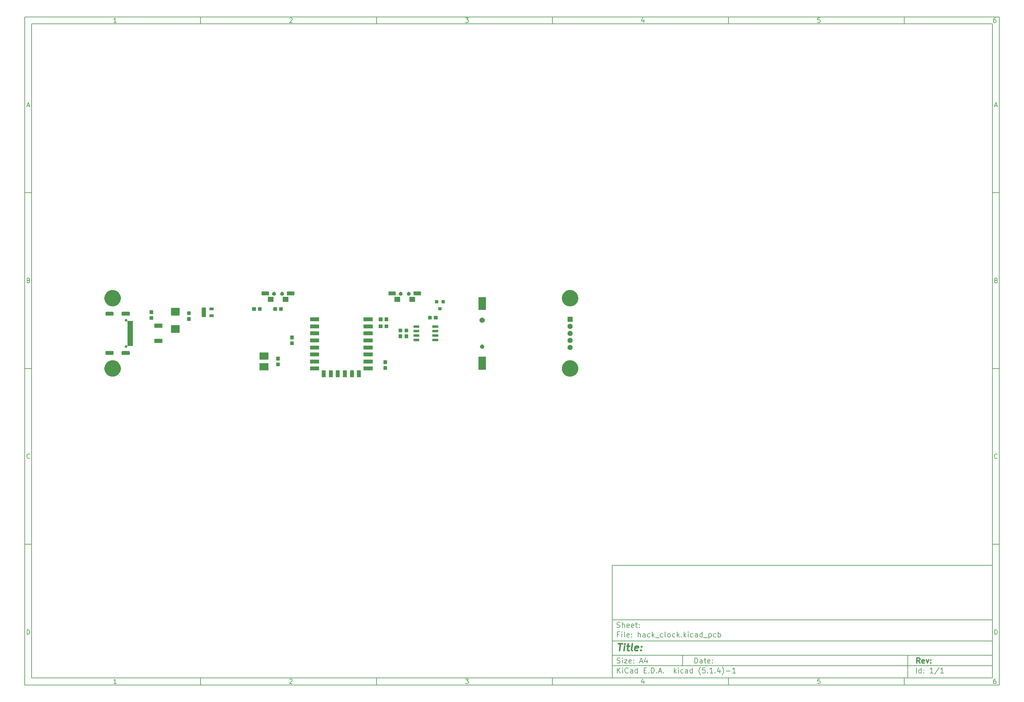
<source format=gts>
G04 #@! TF.GenerationSoftware,KiCad,Pcbnew,(5.1.4)-1*
G04 #@! TF.CreationDate,2019-11-05T14:40:22+08:00*
G04 #@! TF.ProjectId,hack_clock,6861636b-5f63-46c6-9f63-6b2e6b696361,rev?*
G04 #@! TF.SameCoordinates,Original*
G04 #@! TF.FileFunction,Soldermask,Top*
G04 #@! TF.FilePolarity,Negative*
%FSLAX46Y46*%
G04 Gerber Fmt 4.6, Leading zero omitted, Abs format (unit mm)*
G04 Created by KiCad (PCBNEW (5.1.4)-1) date 2019-11-05 14:40:22*
%MOMM*%
%LPD*%
G04 APERTURE LIST*
%ADD10C,0.150000*%
%ADD11C,0.300000*%
%ADD12C,0.400000*%
G04 APERTURE END LIST*
D10*
X177002200Y-166007200D02*
X177002200Y-198007200D01*
X285002200Y-198007200D01*
X285002200Y-166007200D01*
X177002200Y-166007200D01*
X10000000Y-10000000D02*
X10000000Y-200007200D01*
X287002200Y-200007200D01*
X287002200Y-10000000D01*
X10000000Y-10000000D01*
X12000000Y-12000000D02*
X12000000Y-198007200D01*
X285002200Y-198007200D01*
X285002200Y-12000000D01*
X12000000Y-12000000D01*
X60000000Y-12000000D02*
X60000000Y-10000000D01*
X110000000Y-12000000D02*
X110000000Y-10000000D01*
X160000000Y-12000000D02*
X160000000Y-10000000D01*
X210000000Y-12000000D02*
X210000000Y-10000000D01*
X260000000Y-12000000D02*
X260000000Y-10000000D01*
X36065476Y-11588095D02*
X35322619Y-11588095D01*
X35694047Y-11588095D02*
X35694047Y-10288095D01*
X35570238Y-10473809D01*
X35446428Y-10597619D01*
X35322619Y-10659523D01*
X85322619Y-10411904D02*
X85384523Y-10350000D01*
X85508333Y-10288095D01*
X85817857Y-10288095D01*
X85941666Y-10350000D01*
X86003571Y-10411904D01*
X86065476Y-10535714D01*
X86065476Y-10659523D01*
X86003571Y-10845238D01*
X85260714Y-11588095D01*
X86065476Y-11588095D01*
X135260714Y-10288095D02*
X136065476Y-10288095D01*
X135632142Y-10783333D01*
X135817857Y-10783333D01*
X135941666Y-10845238D01*
X136003571Y-10907142D01*
X136065476Y-11030952D01*
X136065476Y-11340476D01*
X136003571Y-11464285D01*
X135941666Y-11526190D01*
X135817857Y-11588095D01*
X135446428Y-11588095D01*
X135322619Y-11526190D01*
X135260714Y-11464285D01*
X185941666Y-10721428D02*
X185941666Y-11588095D01*
X185632142Y-10226190D02*
X185322619Y-11154761D01*
X186127380Y-11154761D01*
X236003571Y-10288095D02*
X235384523Y-10288095D01*
X235322619Y-10907142D01*
X235384523Y-10845238D01*
X235508333Y-10783333D01*
X235817857Y-10783333D01*
X235941666Y-10845238D01*
X236003571Y-10907142D01*
X236065476Y-11030952D01*
X236065476Y-11340476D01*
X236003571Y-11464285D01*
X235941666Y-11526190D01*
X235817857Y-11588095D01*
X235508333Y-11588095D01*
X235384523Y-11526190D01*
X235322619Y-11464285D01*
X285941666Y-10288095D02*
X285694047Y-10288095D01*
X285570238Y-10350000D01*
X285508333Y-10411904D01*
X285384523Y-10597619D01*
X285322619Y-10845238D01*
X285322619Y-11340476D01*
X285384523Y-11464285D01*
X285446428Y-11526190D01*
X285570238Y-11588095D01*
X285817857Y-11588095D01*
X285941666Y-11526190D01*
X286003571Y-11464285D01*
X286065476Y-11340476D01*
X286065476Y-11030952D01*
X286003571Y-10907142D01*
X285941666Y-10845238D01*
X285817857Y-10783333D01*
X285570238Y-10783333D01*
X285446428Y-10845238D01*
X285384523Y-10907142D01*
X285322619Y-11030952D01*
X60000000Y-198007200D02*
X60000000Y-200007200D01*
X110000000Y-198007200D02*
X110000000Y-200007200D01*
X160000000Y-198007200D02*
X160000000Y-200007200D01*
X210000000Y-198007200D02*
X210000000Y-200007200D01*
X260000000Y-198007200D02*
X260000000Y-200007200D01*
X36065476Y-199595295D02*
X35322619Y-199595295D01*
X35694047Y-199595295D02*
X35694047Y-198295295D01*
X35570238Y-198481009D01*
X35446428Y-198604819D01*
X35322619Y-198666723D01*
X85322619Y-198419104D02*
X85384523Y-198357200D01*
X85508333Y-198295295D01*
X85817857Y-198295295D01*
X85941666Y-198357200D01*
X86003571Y-198419104D01*
X86065476Y-198542914D01*
X86065476Y-198666723D01*
X86003571Y-198852438D01*
X85260714Y-199595295D01*
X86065476Y-199595295D01*
X135260714Y-198295295D02*
X136065476Y-198295295D01*
X135632142Y-198790533D01*
X135817857Y-198790533D01*
X135941666Y-198852438D01*
X136003571Y-198914342D01*
X136065476Y-199038152D01*
X136065476Y-199347676D01*
X136003571Y-199471485D01*
X135941666Y-199533390D01*
X135817857Y-199595295D01*
X135446428Y-199595295D01*
X135322619Y-199533390D01*
X135260714Y-199471485D01*
X185941666Y-198728628D02*
X185941666Y-199595295D01*
X185632142Y-198233390D02*
X185322619Y-199161961D01*
X186127380Y-199161961D01*
X236003571Y-198295295D02*
X235384523Y-198295295D01*
X235322619Y-198914342D01*
X235384523Y-198852438D01*
X235508333Y-198790533D01*
X235817857Y-198790533D01*
X235941666Y-198852438D01*
X236003571Y-198914342D01*
X236065476Y-199038152D01*
X236065476Y-199347676D01*
X236003571Y-199471485D01*
X235941666Y-199533390D01*
X235817857Y-199595295D01*
X235508333Y-199595295D01*
X235384523Y-199533390D01*
X235322619Y-199471485D01*
X285941666Y-198295295D02*
X285694047Y-198295295D01*
X285570238Y-198357200D01*
X285508333Y-198419104D01*
X285384523Y-198604819D01*
X285322619Y-198852438D01*
X285322619Y-199347676D01*
X285384523Y-199471485D01*
X285446428Y-199533390D01*
X285570238Y-199595295D01*
X285817857Y-199595295D01*
X285941666Y-199533390D01*
X286003571Y-199471485D01*
X286065476Y-199347676D01*
X286065476Y-199038152D01*
X286003571Y-198914342D01*
X285941666Y-198852438D01*
X285817857Y-198790533D01*
X285570238Y-198790533D01*
X285446428Y-198852438D01*
X285384523Y-198914342D01*
X285322619Y-199038152D01*
X10000000Y-60000000D02*
X12000000Y-60000000D01*
X10000000Y-110000000D02*
X12000000Y-110000000D01*
X10000000Y-160000000D02*
X12000000Y-160000000D01*
X10690476Y-35216666D02*
X11309523Y-35216666D01*
X10566666Y-35588095D02*
X11000000Y-34288095D01*
X11433333Y-35588095D01*
X11092857Y-84907142D02*
X11278571Y-84969047D01*
X11340476Y-85030952D01*
X11402380Y-85154761D01*
X11402380Y-85340476D01*
X11340476Y-85464285D01*
X11278571Y-85526190D01*
X11154761Y-85588095D01*
X10659523Y-85588095D01*
X10659523Y-84288095D01*
X11092857Y-84288095D01*
X11216666Y-84350000D01*
X11278571Y-84411904D01*
X11340476Y-84535714D01*
X11340476Y-84659523D01*
X11278571Y-84783333D01*
X11216666Y-84845238D01*
X11092857Y-84907142D01*
X10659523Y-84907142D01*
X11402380Y-135464285D02*
X11340476Y-135526190D01*
X11154761Y-135588095D01*
X11030952Y-135588095D01*
X10845238Y-135526190D01*
X10721428Y-135402380D01*
X10659523Y-135278571D01*
X10597619Y-135030952D01*
X10597619Y-134845238D01*
X10659523Y-134597619D01*
X10721428Y-134473809D01*
X10845238Y-134350000D01*
X11030952Y-134288095D01*
X11154761Y-134288095D01*
X11340476Y-134350000D01*
X11402380Y-134411904D01*
X10659523Y-185588095D02*
X10659523Y-184288095D01*
X10969047Y-184288095D01*
X11154761Y-184350000D01*
X11278571Y-184473809D01*
X11340476Y-184597619D01*
X11402380Y-184845238D01*
X11402380Y-185030952D01*
X11340476Y-185278571D01*
X11278571Y-185402380D01*
X11154761Y-185526190D01*
X10969047Y-185588095D01*
X10659523Y-185588095D01*
X287002200Y-60000000D02*
X285002200Y-60000000D01*
X287002200Y-110000000D02*
X285002200Y-110000000D01*
X287002200Y-160000000D02*
X285002200Y-160000000D01*
X285692676Y-35216666D02*
X286311723Y-35216666D01*
X285568866Y-35588095D02*
X286002200Y-34288095D01*
X286435533Y-35588095D01*
X286095057Y-84907142D02*
X286280771Y-84969047D01*
X286342676Y-85030952D01*
X286404580Y-85154761D01*
X286404580Y-85340476D01*
X286342676Y-85464285D01*
X286280771Y-85526190D01*
X286156961Y-85588095D01*
X285661723Y-85588095D01*
X285661723Y-84288095D01*
X286095057Y-84288095D01*
X286218866Y-84350000D01*
X286280771Y-84411904D01*
X286342676Y-84535714D01*
X286342676Y-84659523D01*
X286280771Y-84783333D01*
X286218866Y-84845238D01*
X286095057Y-84907142D01*
X285661723Y-84907142D01*
X286404580Y-135464285D02*
X286342676Y-135526190D01*
X286156961Y-135588095D01*
X286033152Y-135588095D01*
X285847438Y-135526190D01*
X285723628Y-135402380D01*
X285661723Y-135278571D01*
X285599819Y-135030952D01*
X285599819Y-134845238D01*
X285661723Y-134597619D01*
X285723628Y-134473809D01*
X285847438Y-134350000D01*
X286033152Y-134288095D01*
X286156961Y-134288095D01*
X286342676Y-134350000D01*
X286404580Y-134411904D01*
X285661723Y-185588095D02*
X285661723Y-184288095D01*
X285971247Y-184288095D01*
X286156961Y-184350000D01*
X286280771Y-184473809D01*
X286342676Y-184597619D01*
X286404580Y-184845238D01*
X286404580Y-185030952D01*
X286342676Y-185278571D01*
X286280771Y-185402380D01*
X286156961Y-185526190D01*
X285971247Y-185588095D01*
X285661723Y-185588095D01*
X200434342Y-193785771D02*
X200434342Y-192285771D01*
X200791485Y-192285771D01*
X201005771Y-192357200D01*
X201148628Y-192500057D01*
X201220057Y-192642914D01*
X201291485Y-192928628D01*
X201291485Y-193142914D01*
X201220057Y-193428628D01*
X201148628Y-193571485D01*
X201005771Y-193714342D01*
X200791485Y-193785771D01*
X200434342Y-193785771D01*
X202577200Y-193785771D02*
X202577200Y-193000057D01*
X202505771Y-192857200D01*
X202362914Y-192785771D01*
X202077200Y-192785771D01*
X201934342Y-192857200D01*
X202577200Y-193714342D02*
X202434342Y-193785771D01*
X202077200Y-193785771D01*
X201934342Y-193714342D01*
X201862914Y-193571485D01*
X201862914Y-193428628D01*
X201934342Y-193285771D01*
X202077200Y-193214342D01*
X202434342Y-193214342D01*
X202577200Y-193142914D01*
X203077200Y-192785771D02*
X203648628Y-192785771D01*
X203291485Y-192285771D02*
X203291485Y-193571485D01*
X203362914Y-193714342D01*
X203505771Y-193785771D01*
X203648628Y-193785771D01*
X204720057Y-193714342D02*
X204577200Y-193785771D01*
X204291485Y-193785771D01*
X204148628Y-193714342D01*
X204077200Y-193571485D01*
X204077200Y-193000057D01*
X204148628Y-192857200D01*
X204291485Y-192785771D01*
X204577200Y-192785771D01*
X204720057Y-192857200D01*
X204791485Y-193000057D01*
X204791485Y-193142914D01*
X204077200Y-193285771D01*
X205434342Y-193642914D02*
X205505771Y-193714342D01*
X205434342Y-193785771D01*
X205362914Y-193714342D01*
X205434342Y-193642914D01*
X205434342Y-193785771D01*
X205434342Y-192857200D02*
X205505771Y-192928628D01*
X205434342Y-193000057D01*
X205362914Y-192928628D01*
X205434342Y-192857200D01*
X205434342Y-193000057D01*
X177002200Y-194507200D02*
X285002200Y-194507200D01*
X178434342Y-196585771D02*
X178434342Y-195085771D01*
X179291485Y-196585771D02*
X178648628Y-195728628D01*
X179291485Y-195085771D02*
X178434342Y-195942914D01*
X179934342Y-196585771D02*
X179934342Y-195585771D01*
X179934342Y-195085771D02*
X179862914Y-195157200D01*
X179934342Y-195228628D01*
X180005771Y-195157200D01*
X179934342Y-195085771D01*
X179934342Y-195228628D01*
X181505771Y-196442914D02*
X181434342Y-196514342D01*
X181220057Y-196585771D01*
X181077200Y-196585771D01*
X180862914Y-196514342D01*
X180720057Y-196371485D01*
X180648628Y-196228628D01*
X180577200Y-195942914D01*
X180577200Y-195728628D01*
X180648628Y-195442914D01*
X180720057Y-195300057D01*
X180862914Y-195157200D01*
X181077200Y-195085771D01*
X181220057Y-195085771D01*
X181434342Y-195157200D01*
X181505771Y-195228628D01*
X182791485Y-196585771D02*
X182791485Y-195800057D01*
X182720057Y-195657200D01*
X182577200Y-195585771D01*
X182291485Y-195585771D01*
X182148628Y-195657200D01*
X182791485Y-196514342D02*
X182648628Y-196585771D01*
X182291485Y-196585771D01*
X182148628Y-196514342D01*
X182077200Y-196371485D01*
X182077200Y-196228628D01*
X182148628Y-196085771D01*
X182291485Y-196014342D01*
X182648628Y-196014342D01*
X182791485Y-195942914D01*
X184148628Y-196585771D02*
X184148628Y-195085771D01*
X184148628Y-196514342D02*
X184005771Y-196585771D01*
X183720057Y-196585771D01*
X183577200Y-196514342D01*
X183505771Y-196442914D01*
X183434342Y-196300057D01*
X183434342Y-195871485D01*
X183505771Y-195728628D01*
X183577200Y-195657200D01*
X183720057Y-195585771D01*
X184005771Y-195585771D01*
X184148628Y-195657200D01*
X186005771Y-195800057D02*
X186505771Y-195800057D01*
X186720057Y-196585771D02*
X186005771Y-196585771D01*
X186005771Y-195085771D01*
X186720057Y-195085771D01*
X187362914Y-196442914D02*
X187434342Y-196514342D01*
X187362914Y-196585771D01*
X187291485Y-196514342D01*
X187362914Y-196442914D01*
X187362914Y-196585771D01*
X188077200Y-196585771D02*
X188077200Y-195085771D01*
X188434342Y-195085771D01*
X188648628Y-195157200D01*
X188791485Y-195300057D01*
X188862914Y-195442914D01*
X188934342Y-195728628D01*
X188934342Y-195942914D01*
X188862914Y-196228628D01*
X188791485Y-196371485D01*
X188648628Y-196514342D01*
X188434342Y-196585771D01*
X188077200Y-196585771D01*
X189577200Y-196442914D02*
X189648628Y-196514342D01*
X189577200Y-196585771D01*
X189505771Y-196514342D01*
X189577200Y-196442914D01*
X189577200Y-196585771D01*
X190220057Y-196157200D02*
X190934342Y-196157200D01*
X190077200Y-196585771D02*
X190577200Y-195085771D01*
X191077200Y-196585771D01*
X191577200Y-196442914D02*
X191648628Y-196514342D01*
X191577200Y-196585771D01*
X191505771Y-196514342D01*
X191577200Y-196442914D01*
X191577200Y-196585771D01*
X194577200Y-196585771D02*
X194577200Y-195085771D01*
X194720057Y-196014342D02*
X195148628Y-196585771D01*
X195148628Y-195585771D02*
X194577200Y-196157200D01*
X195791485Y-196585771D02*
X195791485Y-195585771D01*
X195791485Y-195085771D02*
X195720057Y-195157200D01*
X195791485Y-195228628D01*
X195862914Y-195157200D01*
X195791485Y-195085771D01*
X195791485Y-195228628D01*
X197148628Y-196514342D02*
X197005771Y-196585771D01*
X196720057Y-196585771D01*
X196577200Y-196514342D01*
X196505771Y-196442914D01*
X196434342Y-196300057D01*
X196434342Y-195871485D01*
X196505771Y-195728628D01*
X196577200Y-195657200D01*
X196720057Y-195585771D01*
X197005771Y-195585771D01*
X197148628Y-195657200D01*
X198434342Y-196585771D02*
X198434342Y-195800057D01*
X198362914Y-195657200D01*
X198220057Y-195585771D01*
X197934342Y-195585771D01*
X197791485Y-195657200D01*
X198434342Y-196514342D02*
X198291485Y-196585771D01*
X197934342Y-196585771D01*
X197791485Y-196514342D01*
X197720057Y-196371485D01*
X197720057Y-196228628D01*
X197791485Y-196085771D01*
X197934342Y-196014342D01*
X198291485Y-196014342D01*
X198434342Y-195942914D01*
X199791485Y-196585771D02*
X199791485Y-195085771D01*
X199791485Y-196514342D02*
X199648628Y-196585771D01*
X199362914Y-196585771D01*
X199220057Y-196514342D01*
X199148628Y-196442914D01*
X199077200Y-196300057D01*
X199077200Y-195871485D01*
X199148628Y-195728628D01*
X199220057Y-195657200D01*
X199362914Y-195585771D01*
X199648628Y-195585771D01*
X199791485Y-195657200D01*
X202077200Y-197157200D02*
X202005771Y-197085771D01*
X201862914Y-196871485D01*
X201791485Y-196728628D01*
X201720057Y-196514342D01*
X201648628Y-196157200D01*
X201648628Y-195871485D01*
X201720057Y-195514342D01*
X201791485Y-195300057D01*
X201862914Y-195157200D01*
X202005771Y-194942914D01*
X202077200Y-194871485D01*
X203362914Y-195085771D02*
X202648628Y-195085771D01*
X202577200Y-195800057D01*
X202648628Y-195728628D01*
X202791485Y-195657200D01*
X203148628Y-195657200D01*
X203291485Y-195728628D01*
X203362914Y-195800057D01*
X203434342Y-195942914D01*
X203434342Y-196300057D01*
X203362914Y-196442914D01*
X203291485Y-196514342D01*
X203148628Y-196585771D01*
X202791485Y-196585771D01*
X202648628Y-196514342D01*
X202577200Y-196442914D01*
X204077200Y-196442914D02*
X204148628Y-196514342D01*
X204077200Y-196585771D01*
X204005771Y-196514342D01*
X204077200Y-196442914D01*
X204077200Y-196585771D01*
X205577200Y-196585771D02*
X204720057Y-196585771D01*
X205148628Y-196585771D02*
X205148628Y-195085771D01*
X205005771Y-195300057D01*
X204862914Y-195442914D01*
X204720057Y-195514342D01*
X206220057Y-196442914D02*
X206291485Y-196514342D01*
X206220057Y-196585771D01*
X206148628Y-196514342D01*
X206220057Y-196442914D01*
X206220057Y-196585771D01*
X207577200Y-195585771D02*
X207577200Y-196585771D01*
X207220057Y-195014342D02*
X206862914Y-196085771D01*
X207791485Y-196085771D01*
X208220057Y-197157200D02*
X208291485Y-197085771D01*
X208434342Y-196871485D01*
X208505771Y-196728628D01*
X208577200Y-196514342D01*
X208648628Y-196157200D01*
X208648628Y-195871485D01*
X208577200Y-195514342D01*
X208505771Y-195300057D01*
X208434342Y-195157200D01*
X208291485Y-194942914D01*
X208220057Y-194871485D01*
X209362914Y-196014342D02*
X210505771Y-196014342D01*
X212005771Y-196585771D02*
X211148628Y-196585771D01*
X211577200Y-196585771D02*
X211577200Y-195085771D01*
X211434342Y-195300057D01*
X211291485Y-195442914D01*
X211148628Y-195514342D01*
X177002200Y-191507200D02*
X285002200Y-191507200D01*
D11*
X264411485Y-193785771D02*
X263911485Y-193071485D01*
X263554342Y-193785771D02*
X263554342Y-192285771D01*
X264125771Y-192285771D01*
X264268628Y-192357200D01*
X264340057Y-192428628D01*
X264411485Y-192571485D01*
X264411485Y-192785771D01*
X264340057Y-192928628D01*
X264268628Y-193000057D01*
X264125771Y-193071485D01*
X263554342Y-193071485D01*
X265625771Y-193714342D02*
X265482914Y-193785771D01*
X265197200Y-193785771D01*
X265054342Y-193714342D01*
X264982914Y-193571485D01*
X264982914Y-193000057D01*
X265054342Y-192857200D01*
X265197200Y-192785771D01*
X265482914Y-192785771D01*
X265625771Y-192857200D01*
X265697200Y-193000057D01*
X265697200Y-193142914D01*
X264982914Y-193285771D01*
X266197200Y-192785771D02*
X266554342Y-193785771D01*
X266911485Y-192785771D01*
X267482914Y-193642914D02*
X267554342Y-193714342D01*
X267482914Y-193785771D01*
X267411485Y-193714342D01*
X267482914Y-193642914D01*
X267482914Y-193785771D01*
X267482914Y-192857200D02*
X267554342Y-192928628D01*
X267482914Y-193000057D01*
X267411485Y-192928628D01*
X267482914Y-192857200D01*
X267482914Y-193000057D01*
D10*
X178362914Y-193714342D02*
X178577200Y-193785771D01*
X178934342Y-193785771D01*
X179077200Y-193714342D01*
X179148628Y-193642914D01*
X179220057Y-193500057D01*
X179220057Y-193357200D01*
X179148628Y-193214342D01*
X179077200Y-193142914D01*
X178934342Y-193071485D01*
X178648628Y-193000057D01*
X178505771Y-192928628D01*
X178434342Y-192857200D01*
X178362914Y-192714342D01*
X178362914Y-192571485D01*
X178434342Y-192428628D01*
X178505771Y-192357200D01*
X178648628Y-192285771D01*
X179005771Y-192285771D01*
X179220057Y-192357200D01*
X179862914Y-193785771D02*
X179862914Y-192785771D01*
X179862914Y-192285771D02*
X179791485Y-192357200D01*
X179862914Y-192428628D01*
X179934342Y-192357200D01*
X179862914Y-192285771D01*
X179862914Y-192428628D01*
X180434342Y-192785771D02*
X181220057Y-192785771D01*
X180434342Y-193785771D01*
X181220057Y-193785771D01*
X182362914Y-193714342D02*
X182220057Y-193785771D01*
X181934342Y-193785771D01*
X181791485Y-193714342D01*
X181720057Y-193571485D01*
X181720057Y-193000057D01*
X181791485Y-192857200D01*
X181934342Y-192785771D01*
X182220057Y-192785771D01*
X182362914Y-192857200D01*
X182434342Y-193000057D01*
X182434342Y-193142914D01*
X181720057Y-193285771D01*
X183077200Y-193642914D02*
X183148628Y-193714342D01*
X183077200Y-193785771D01*
X183005771Y-193714342D01*
X183077200Y-193642914D01*
X183077200Y-193785771D01*
X183077200Y-192857200D02*
X183148628Y-192928628D01*
X183077200Y-193000057D01*
X183005771Y-192928628D01*
X183077200Y-192857200D01*
X183077200Y-193000057D01*
X184862914Y-193357200D02*
X185577200Y-193357200D01*
X184720057Y-193785771D02*
X185220057Y-192285771D01*
X185720057Y-193785771D01*
X186862914Y-192785771D02*
X186862914Y-193785771D01*
X186505771Y-192214342D02*
X186148628Y-193285771D01*
X187077200Y-193285771D01*
X263434342Y-196585771D02*
X263434342Y-195085771D01*
X264791485Y-196585771D02*
X264791485Y-195085771D01*
X264791485Y-196514342D02*
X264648628Y-196585771D01*
X264362914Y-196585771D01*
X264220057Y-196514342D01*
X264148628Y-196442914D01*
X264077200Y-196300057D01*
X264077200Y-195871485D01*
X264148628Y-195728628D01*
X264220057Y-195657200D01*
X264362914Y-195585771D01*
X264648628Y-195585771D01*
X264791485Y-195657200D01*
X265505771Y-196442914D02*
X265577200Y-196514342D01*
X265505771Y-196585771D01*
X265434342Y-196514342D01*
X265505771Y-196442914D01*
X265505771Y-196585771D01*
X265505771Y-195657200D02*
X265577200Y-195728628D01*
X265505771Y-195800057D01*
X265434342Y-195728628D01*
X265505771Y-195657200D01*
X265505771Y-195800057D01*
X268148628Y-196585771D02*
X267291485Y-196585771D01*
X267720057Y-196585771D02*
X267720057Y-195085771D01*
X267577200Y-195300057D01*
X267434342Y-195442914D01*
X267291485Y-195514342D01*
X269862914Y-195014342D02*
X268577200Y-196942914D01*
X271148628Y-196585771D02*
X270291485Y-196585771D01*
X270720057Y-196585771D02*
X270720057Y-195085771D01*
X270577200Y-195300057D01*
X270434342Y-195442914D01*
X270291485Y-195514342D01*
X177002200Y-187507200D02*
X285002200Y-187507200D01*
D12*
X178714580Y-188211961D02*
X179857438Y-188211961D01*
X179036009Y-190211961D02*
X179286009Y-188211961D01*
X180274104Y-190211961D02*
X180440771Y-188878628D01*
X180524104Y-188211961D02*
X180416961Y-188307200D01*
X180500295Y-188402438D01*
X180607438Y-188307200D01*
X180524104Y-188211961D01*
X180500295Y-188402438D01*
X181107438Y-188878628D02*
X181869342Y-188878628D01*
X181476485Y-188211961D02*
X181262200Y-189926247D01*
X181333628Y-190116723D01*
X181512200Y-190211961D01*
X181702676Y-190211961D01*
X182655057Y-190211961D02*
X182476485Y-190116723D01*
X182405057Y-189926247D01*
X182619342Y-188211961D01*
X184190771Y-190116723D02*
X183988390Y-190211961D01*
X183607438Y-190211961D01*
X183428866Y-190116723D01*
X183357438Y-189926247D01*
X183452676Y-189164342D01*
X183571723Y-188973866D01*
X183774104Y-188878628D01*
X184155057Y-188878628D01*
X184333628Y-188973866D01*
X184405057Y-189164342D01*
X184381247Y-189354819D01*
X183405057Y-189545295D01*
X185155057Y-190021485D02*
X185238390Y-190116723D01*
X185131247Y-190211961D01*
X185047914Y-190116723D01*
X185155057Y-190021485D01*
X185131247Y-190211961D01*
X185286009Y-188973866D02*
X185369342Y-189069104D01*
X185262200Y-189164342D01*
X185178866Y-189069104D01*
X185286009Y-188973866D01*
X185262200Y-189164342D01*
D10*
X178934342Y-185600057D02*
X178434342Y-185600057D01*
X178434342Y-186385771D02*
X178434342Y-184885771D01*
X179148628Y-184885771D01*
X179720057Y-186385771D02*
X179720057Y-185385771D01*
X179720057Y-184885771D02*
X179648628Y-184957200D01*
X179720057Y-185028628D01*
X179791485Y-184957200D01*
X179720057Y-184885771D01*
X179720057Y-185028628D01*
X180648628Y-186385771D02*
X180505771Y-186314342D01*
X180434342Y-186171485D01*
X180434342Y-184885771D01*
X181791485Y-186314342D02*
X181648628Y-186385771D01*
X181362914Y-186385771D01*
X181220057Y-186314342D01*
X181148628Y-186171485D01*
X181148628Y-185600057D01*
X181220057Y-185457200D01*
X181362914Y-185385771D01*
X181648628Y-185385771D01*
X181791485Y-185457200D01*
X181862914Y-185600057D01*
X181862914Y-185742914D01*
X181148628Y-185885771D01*
X182505771Y-186242914D02*
X182577200Y-186314342D01*
X182505771Y-186385771D01*
X182434342Y-186314342D01*
X182505771Y-186242914D01*
X182505771Y-186385771D01*
X182505771Y-185457200D02*
X182577200Y-185528628D01*
X182505771Y-185600057D01*
X182434342Y-185528628D01*
X182505771Y-185457200D01*
X182505771Y-185600057D01*
X184362914Y-186385771D02*
X184362914Y-184885771D01*
X185005771Y-186385771D02*
X185005771Y-185600057D01*
X184934342Y-185457200D01*
X184791485Y-185385771D01*
X184577200Y-185385771D01*
X184434342Y-185457200D01*
X184362914Y-185528628D01*
X186362914Y-186385771D02*
X186362914Y-185600057D01*
X186291485Y-185457200D01*
X186148628Y-185385771D01*
X185862914Y-185385771D01*
X185720057Y-185457200D01*
X186362914Y-186314342D02*
X186220057Y-186385771D01*
X185862914Y-186385771D01*
X185720057Y-186314342D01*
X185648628Y-186171485D01*
X185648628Y-186028628D01*
X185720057Y-185885771D01*
X185862914Y-185814342D01*
X186220057Y-185814342D01*
X186362914Y-185742914D01*
X187720057Y-186314342D02*
X187577200Y-186385771D01*
X187291485Y-186385771D01*
X187148628Y-186314342D01*
X187077200Y-186242914D01*
X187005771Y-186100057D01*
X187005771Y-185671485D01*
X187077200Y-185528628D01*
X187148628Y-185457200D01*
X187291485Y-185385771D01*
X187577200Y-185385771D01*
X187720057Y-185457200D01*
X188362914Y-186385771D02*
X188362914Y-184885771D01*
X188505771Y-185814342D02*
X188934342Y-186385771D01*
X188934342Y-185385771D02*
X188362914Y-185957200D01*
X189220057Y-186528628D02*
X190362914Y-186528628D01*
X191362914Y-186314342D02*
X191220057Y-186385771D01*
X190934342Y-186385771D01*
X190791485Y-186314342D01*
X190720057Y-186242914D01*
X190648628Y-186100057D01*
X190648628Y-185671485D01*
X190720057Y-185528628D01*
X190791485Y-185457200D01*
X190934342Y-185385771D01*
X191220057Y-185385771D01*
X191362914Y-185457200D01*
X192220057Y-186385771D02*
X192077200Y-186314342D01*
X192005771Y-186171485D01*
X192005771Y-184885771D01*
X193005771Y-186385771D02*
X192862914Y-186314342D01*
X192791485Y-186242914D01*
X192720057Y-186100057D01*
X192720057Y-185671485D01*
X192791485Y-185528628D01*
X192862914Y-185457200D01*
X193005771Y-185385771D01*
X193220057Y-185385771D01*
X193362914Y-185457200D01*
X193434342Y-185528628D01*
X193505771Y-185671485D01*
X193505771Y-186100057D01*
X193434342Y-186242914D01*
X193362914Y-186314342D01*
X193220057Y-186385771D01*
X193005771Y-186385771D01*
X194791485Y-186314342D02*
X194648628Y-186385771D01*
X194362914Y-186385771D01*
X194220057Y-186314342D01*
X194148628Y-186242914D01*
X194077200Y-186100057D01*
X194077200Y-185671485D01*
X194148628Y-185528628D01*
X194220057Y-185457200D01*
X194362914Y-185385771D01*
X194648628Y-185385771D01*
X194791485Y-185457200D01*
X195434342Y-186385771D02*
X195434342Y-184885771D01*
X195577200Y-185814342D02*
X196005771Y-186385771D01*
X196005771Y-185385771D02*
X195434342Y-185957200D01*
X196648628Y-186242914D02*
X196720057Y-186314342D01*
X196648628Y-186385771D01*
X196577200Y-186314342D01*
X196648628Y-186242914D01*
X196648628Y-186385771D01*
X197362914Y-186385771D02*
X197362914Y-184885771D01*
X197505771Y-185814342D02*
X197934342Y-186385771D01*
X197934342Y-185385771D02*
X197362914Y-185957200D01*
X198577200Y-186385771D02*
X198577200Y-185385771D01*
X198577200Y-184885771D02*
X198505771Y-184957200D01*
X198577200Y-185028628D01*
X198648628Y-184957200D01*
X198577200Y-184885771D01*
X198577200Y-185028628D01*
X199934342Y-186314342D02*
X199791485Y-186385771D01*
X199505771Y-186385771D01*
X199362914Y-186314342D01*
X199291485Y-186242914D01*
X199220057Y-186100057D01*
X199220057Y-185671485D01*
X199291485Y-185528628D01*
X199362914Y-185457200D01*
X199505771Y-185385771D01*
X199791485Y-185385771D01*
X199934342Y-185457200D01*
X201220057Y-186385771D02*
X201220057Y-185600057D01*
X201148628Y-185457200D01*
X201005771Y-185385771D01*
X200720057Y-185385771D01*
X200577200Y-185457200D01*
X201220057Y-186314342D02*
X201077200Y-186385771D01*
X200720057Y-186385771D01*
X200577200Y-186314342D01*
X200505771Y-186171485D01*
X200505771Y-186028628D01*
X200577200Y-185885771D01*
X200720057Y-185814342D01*
X201077200Y-185814342D01*
X201220057Y-185742914D01*
X202577200Y-186385771D02*
X202577200Y-184885771D01*
X202577200Y-186314342D02*
X202434342Y-186385771D01*
X202148628Y-186385771D01*
X202005771Y-186314342D01*
X201934342Y-186242914D01*
X201862914Y-186100057D01*
X201862914Y-185671485D01*
X201934342Y-185528628D01*
X202005771Y-185457200D01*
X202148628Y-185385771D01*
X202434342Y-185385771D01*
X202577200Y-185457200D01*
X202934342Y-186528628D02*
X204077200Y-186528628D01*
X204434342Y-185385771D02*
X204434342Y-186885771D01*
X204434342Y-185457200D02*
X204577200Y-185385771D01*
X204862914Y-185385771D01*
X205005771Y-185457200D01*
X205077200Y-185528628D01*
X205148628Y-185671485D01*
X205148628Y-186100057D01*
X205077200Y-186242914D01*
X205005771Y-186314342D01*
X204862914Y-186385771D01*
X204577200Y-186385771D01*
X204434342Y-186314342D01*
X206434342Y-186314342D02*
X206291485Y-186385771D01*
X206005771Y-186385771D01*
X205862914Y-186314342D01*
X205791485Y-186242914D01*
X205720057Y-186100057D01*
X205720057Y-185671485D01*
X205791485Y-185528628D01*
X205862914Y-185457200D01*
X206005771Y-185385771D01*
X206291485Y-185385771D01*
X206434342Y-185457200D01*
X207077200Y-186385771D02*
X207077200Y-184885771D01*
X207077200Y-185457200D02*
X207220057Y-185385771D01*
X207505771Y-185385771D01*
X207648628Y-185457200D01*
X207720057Y-185528628D01*
X207791485Y-185671485D01*
X207791485Y-186100057D01*
X207720057Y-186242914D01*
X207648628Y-186314342D01*
X207505771Y-186385771D01*
X207220057Y-186385771D01*
X207077200Y-186314342D01*
X177002200Y-181507200D02*
X285002200Y-181507200D01*
X178362914Y-183614342D02*
X178577200Y-183685771D01*
X178934342Y-183685771D01*
X179077200Y-183614342D01*
X179148628Y-183542914D01*
X179220057Y-183400057D01*
X179220057Y-183257200D01*
X179148628Y-183114342D01*
X179077200Y-183042914D01*
X178934342Y-182971485D01*
X178648628Y-182900057D01*
X178505771Y-182828628D01*
X178434342Y-182757200D01*
X178362914Y-182614342D01*
X178362914Y-182471485D01*
X178434342Y-182328628D01*
X178505771Y-182257200D01*
X178648628Y-182185771D01*
X179005771Y-182185771D01*
X179220057Y-182257200D01*
X179862914Y-183685771D02*
X179862914Y-182185771D01*
X180505771Y-183685771D02*
X180505771Y-182900057D01*
X180434342Y-182757200D01*
X180291485Y-182685771D01*
X180077200Y-182685771D01*
X179934342Y-182757200D01*
X179862914Y-182828628D01*
X181791485Y-183614342D02*
X181648628Y-183685771D01*
X181362914Y-183685771D01*
X181220057Y-183614342D01*
X181148628Y-183471485D01*
X181148628Y-182900057D01*
X181220057Y-182757200D01*
X181362914Y-182685771D01*
X181648628Y-182685771D01*
X181791485Y-182757200D01*
X181862914Y-182900057D01*
X181862914Y-183042914D01*
X181148628Y-183185771D01*
X183077200Y-183614342D02*
X182934342Y-183685771D01*
X182648628Y-183685771D01*
X182505771Y-183614342D01*
X182434342Y-183471485D01*
X182434342Y-182900057D01*
X182505771Y-182757200D01*
X182648628Y-182685771D01*
X182934342Y-182685771D01*
X183077200Y-182757200D01*
X183148628Y-182900057D01*
X183148628Y-183042914D01*
X182434342Y-183185771D01*
X183577200Y-182685771D02*
X184148628Y-182685771D01*
X183791485Y-182185771D02*
X183791485Y-183471485D01*
X183862914Y-183614342D01*
X184005771Y-183685771D01*
X184148628Y-183685771D01*
X184648628Y-183542914D02*
X184720057Y-183614342D01*
X184648628Y-183685771D01*
X184577200Y-183614342D01*
X184648628Y-183542914D01*
X184648628Y-183685771D01*
X184648628Y-182757200D02*
X184720057Y-182828628D01*
X184648628Y-182900057D01*
X184577200Y-182828628D01*
X184648628Y-182757200D01*
X184648628Y-182900057D01*
X197002200Y-191507200D02*
X197002200Y-194507200D01*
X261002200Y-191507200D02*
X261002200Y-198007200D01*
G36*
X101551000Y-112451000D02*
G01*
X100449000Y-112451000D01*
X100449000Y-110549000D01*
X101551000Y-110549000D01*
X101551000Y-112451000D01*
X101551000Y-112451000D01*
G37*
G36*
X103551000Y-112451000D02*
G01*
X102449000Y-112451000D01*
X102449000Y-110549000D01*
X103551000Y-110549000D01*
X103551000Y-112451000D01*
X103551000Y-112451000D01*
G37*
G36*
X105551000Y-112451000D02*
G01*
X104449000Y-112451000D01*
X104449000Y-110549000D01*
X105551000Y-110549000D01*
X105551000Y-112451000D01*
X105551000Y-112451000D01*
G37*
G36*
X95551000Y-112451000D02*
G01*
X94449000Y-112451000D01*
X94449000Y-110549000D01*
X95551000Y-110549000D01*
X95551000Y-112451000D01*
X95551000Y-112451000D01*
G37*
G36*
X99551000Y-112451000D02*
G01*
X98449000Y-112451000D01*
X98449000Y-110549000D01*
X99551000Y-110549000D01*
X99551000Y-112451000D01*
X99551000Y-112451000D01*
G37*
G36*
X97551000Y-112451000D02*
G01*
X96449000Y-112451000D01*
X96449000Y-110549000D01*
X97551000Y-110549000D01*
X97551000Y-112451000D01*
X97551000Y-112451000D01*
G37*
G36*
X35679927Y-107758578D02*
G01*
X35855643Y-107831362D01*
X36104143Y-107934294D01*
X36485926Y-108189394D01*
X36810606Y-108514074D01*
X37065706Y-108895857D01*
X37168638Y-109144357D01*
X37241422Y-109320073D01*
X37331000Y-109770415D01*
X37331000Y-110229585D01*
X37241422Y-110679927D01*
X37168638Y-110855643D01*
X37065706Y-111104143D01*
X36810606Y-111485926D01*
X36485926Y-111810606D01*
X36104143Y-112065706D01*
X35855643Y-112168638D01*
X35679927Y-112241422D01*
X35229585Y-112331000D01*
X34770415Y-112331000D01*
X34320073Y-112241422D01*
X34144357Y-112168638D01*
X33895857Y-112065706D01*
X33514074Y-111810606D01*
X33189394Y-111485926D01*
X32934294Y-111104143D01*
X32831362Y-110855643D01*
X32758578Y-110679927D01*
X32669000Y-110229585D01*
X32669000Y-109770415D01*
X32758578Y-109320073D01*
X32831362Y-109144357D01*
X32934294Y-108895857D01*
X33189394Y-108514074D01*
X33514074Y-108189394D01*
X33895857Y-107934294D01*
X34144357Y-107831362D01*
X34320073Y-107758578D01*
X34770415Y-107669000D01*
X35229585Y-107669000D01*
X35679927Y-107758578D01*
X35679927Y-107758578D01*
G37*
G36*
X165679927Y-107758578D02*
G01*
X165855643Y-107831362D01*
X166104143Y-107934294D01*
X166485926Y-108189394D01*
X166810606Y-108514074D01*
X167065706Y-108895857D01*
X167168638Y-109144357D01*
X167241422Y-109320073D01*
X167331000Y-109770415D01*
X167331000Y-110229585D01*
X167241422Y-110679927D01*
X167168638Y-110855643D01*
X167065706Y-111104143D01*
X166810606Y-111485926D01*
X166485926Y-111810606D01*
X166104143Y-112065706D01*
X165855643Y-112168638D01*
X165679927Y-112241422D01*
X165229585Y-112331000D01*
X164770415Y-112331000D01*
X164320073Y-112241422D01*
X164144357Y-112168638D01*
X163895857Y-112065706D01*
X163514074Y-111810606D01*
X163189394Y-111485926D01*
X162934294Y-111104143D01*
X162831362Y-110855643D01*
X162758578Y-110679927D01*
X162669000Y-110229585D01*
X162669000Y-109770415D01*
X162758578Y-109320073D01*
X162831362Y-109144357D01*
X162934294Y-108895857D01*
X163189394Y-108514074D01*
X163514074Y-108189394D01*
X163895857Y-107934294D01*
X164144357Y-107831362D01*
X164320073Y-107758578D01*
X164770415Y-107669000D01*
X165229585Y-107669000D01*
X165679927Y-107758578D01*
X165679927Y-107758578D01*
G37*
G36*
X108901000Y-110551000D02*
G01*
X106299000Y-110551000D01*
X106299000Y-109449000D01*
X108901000Y-109449000D01*
X108901000Y-110551000D01*
X108901000Y-110551000D01*
G37*
G36*
X93701000Y-110551000D02*
G01*
X91099000Y-110551000D01*
X91099000Y-109449000D01*
X93701000Y-109449000D01*
X93701000Y-110551000D01*
X93701000Y-110551000D01*
G37*
G36*
X79300680Y-110550360D02*
G01*
X76699320Y-110550360D01*
X76699320Y-108497640D01*
X79300680Y-108497640D01*
X79300680Y-110550360D01*
X79300680Y-110550360D01*
G37*
G36*
X112961000Y-110373500D02*
G01*
X111939000Y-110373500D01*
X111939000Y-109306500D01*
X112961000Y-109306500D01*
X112961000Y-110373500D01*
X112961000Y-110373500D01*
G37*
G36*
X141051000Y-110351000D02*
G01*
X138949000Y-110351000D01*
X138949000Y-106649000D01*
X141051000Y-106649000D01*
X141051000Y-110351000D01*
X141051000Y-110351000D01*
G37*
G36*
X82511000Y-109353500D02*
G01*
X81489000Y-109353500D01*
X81489000Y-108286500D01*
X82511000Y-108286500D01*
X82511000Y-109353500D01*
X82511000Y-109353500D01*
G37*
G36*
X112961000Y-108733500D02*
G01*
X111939000Y-108733500D01*
X111939000Y-107666500D01*
X112961000Y-107666500D01*
X112961000Y-108733500D01*
X112961000Y-108733500D01*
G37*
G36*
X108901000Y-108551000D02*
G01*
X106299000Y-108551000D01*
X106299000Y-107449000D01*
X108901000Y-107449000D01*
X108901000Y-108551000D01*
X108901000Y-108551000D01*
G37*
G36*
X93701000Y-108551000D02*
G01*
X91099000Y-108551000D01*
X91099000Y-107449000D01*
X93701000Y-107449000D01*
X93701000Y-108551000D01*
X93701000Y-108551000D01*
G37*
G36*
X82511000Y-107713500D02*
G01*
X81489000Y-107713500D01*
X81489000Y-106646500D01*
X82511000Y-106646500D01*
X82511000Y-107713500D01*
X82511000Y-107713500D01*
G37*
G36*
X79300680Y-107502360D02*
G01*
X76699320Y-107502360D01*
X76699320Y-105449640D01*
X79300680Y-105449640D01*
X79300680Y-107502360D01*
X79300680Y-107502360D01*
G37*
G36*
X108901000Y-106551000D02*
G01*
X106299000Y-106551000D01*
X106299000Y-105449000D01*
X108901000Y-105449000D01*
X108901000Y-106551000D01*
X108901000Y-106551000D01*
G37*
G36*
X93701000Y-106551000D02*
G01*
X91099000Y-106551000D01*
X91099000Y-105449000D01*
X93701000Y-105449000D01*
X93701000Y-106551000D01*
X93701000Y-106551000D01*
G37*
G36*
X35099434Y-105028686D02*
G01*
X35139284Y-105040774D01*
X35175999Y-105060399D01*
X35208186Y-105086814D01*
X35234601Y-105119001D01*
X35254226Y-105155716D01*
X35266314Y-105195566D01*
X35271000Y-105243141D01*
X35271000Y-105906859D01*
X35266314Y-105954434D01*
X35254226Y-105994284D01*
X35234601Y-106030999D01*
X35208186Y-106063186D01*
X35175999Y-106089601D01*
X35139284Y-106109226D01*
X35099434Y-106121314D01*
X35051859Y-106126000D01*
X33188141Y-106126000D01*
X33140566Y-106121314D01*
X33100716Y-106109226D01*
X33064001Y-106089601D01*
X33031814Y-106063186D01*
X33005399Y-106030999D01*
X32985774Y-105994284D01*
X32973686Y-105954434D01*
X32969000Y-105906859D01*
X32969000Y-105243141D01*
X32973686Y-105195566D01*
X32985774Y-105155716D01*
X33005399Y-105119001D01*
X33031814Y-105086814D01*
X33064001Y-105060399D01*
X33100716Y-105040774D01*
X33140566Y-105028686D01*
X33188141Y-105024000D01*
X35051859Y-105024000D01*
X35099434Y-105028686D01*
X35099434Y-105028686D01*
G37*
G36*
X39699434Y-105028686D02*
G01*
X39739284Y-105040774D01*
X39775999Y-105060399D01*
X39808186Y-105086814D01*
X39834601Y-105119001D01*
X39854226Y-105155716D01*
X39866314Y-105195566D01*
X39871000Y-105243141D01*
X39871000Y-105906859D01*
X39866314Y-105954434D01*
X39854226Y-105994284D01*
X39834601Y-106030999D01*
X39808186Y-106063186D01*
X39775999Y-106089601D01*
X39739284Y-106109226D01*
X39699434Y-106121314D01*
X39651859Y-106126000D01*
X37788141Y-106126000D01*
X37740566Y-106121314D01*
X37700716Y-106109226D01*
X37664001Y-106089601D01*
X37631814Y-106063186D01*
X37605399Y-106030999D01*
X37585774Y-105994284D01*
X37573686Y-105954434D01*
X37569000Y-105906859D01*
X37569000Y-105243141D01*
X37573686Y-105195566D01*
X37585774Y-105155716D01*
X37605399Y-105119001D01*
X37631814Y-105086814D01*
X37664001Y-105060399D01*
X37700716Y-105040774D01*
X37740566Y-105028686D01*
X37788141Y-105024000D01*
X39651859Y-105024000D01*
X39699434Y-105028686D01*
X39699434Y-105028686D01*
G37*
G36*
X165071213Y-103277502D02*
G01*
X165142321Y-103284505D01*
X165279172Y-103326019D01*
X165279175Y-103326020D01*
X165405294Y-103393432D01*
X165515843Y-103484157D01*
X165606568Y-103594706D01*
X165673980Y-103720825D01*
X165673981Y-103720828D01*
X165715495Y-103857679D01*
X165729512Y-104000000D01*
X165715495Y-104142321D01*
X165692893Y-104216827D01*
X165673980Y-104279175D01*
X165606568Y-104405294D01*
X165515843Y-104515843D01*
X165405294Y-104606568D01*
X165279175Y-104673980D01*
X165279172Y-104673981D01*
X165142321Y-104715495D01*
X165071213Y-104722498D01*
X165035660Y-104726000D01*
X164964340Y-104726000D01*
X164928787Y-104722498D01*
X164857679Y-104715495D01*
X164720828Y-104673981D01*
X164720825Y-104673980D01*
X164594706Y-104606568D01*
X164484157Y-104515843D01*
X164393432Y-104405294D01*
X164326020Y-104279175D01*
X164307107Y-104216827D01*
X164284505Y-104142321D01*
X164270488Y-104000000D01*
X164284505Y-103857679D01*
X164326019Y-103720828D01*
X164326020Y-103720825D01*
X164393432Y-103594706D01*
X164484157Y-103484157D01*
X164594706Y-103393432D01*
X164720825Y-103326020D01*
X164720828Y-103326019D01*
X164857679Y-103284505D01*
X164928787Y-103277502D01*
X164964340Y-103274000D01*
X165035660Y-103274000D01*
X165071213Y-103277502D01*
X165071213Y-103277502D01*
G37*
G36*
X108901000Y-104551000D02*
G01*
X106299000Y-104551000D01*
X106299000Y-103449000D01*
X108901000Y-103449000D01*
X108901000Y-104551000D01*
X108901000Y-104551000D01*
G37*
G36*
X93701000Y-104551000D02*
G01*
X91099000Y-104551000D01*
X91099000Y-103449000D01*
X93701000Y-103449000D01*
X93701000Y-104551000D01*
X93701000Y-104551000D01*
G37*
G36*
X140136601Y-103164397D02*
G01*
X140175305Y-103172096D01*
X140207340Y-103185365D01*
X140284680Y-103217400D01*
X140383115Y-103283173D01*
X140466827Y-103366885D01*
X140532600Y-103465320D01*
X140577904Y-103574696D01*
X140601000Y-103690805D01*
X140601000Y-103809195D01*
X140577904Y-103925304D01*
X140532600Y-104034680D01*
X140466827Y-104133115D01*
X140383115Y-104216827D01*
X140284680Y-104282600D01*
X140207340Y-104314635D01*
X140175305Y-104327904D01*
X140136601Y-104335603D01*
X140059195Y-104351000D01*
X139940805Y-104351000D01*
X139863399Y-104335603D01*
X139824695Y-104327904D01*
X139792660Y-104314635D01*
X139715320Y-104282600D01*
X139616885Y-104216827D01*
X139533173Y-104133115D01*
X139467400Y-104034680D01*
X139422096Y-103925304D01*
X139399000Y-103809195D01*
X139399000Y-103690805D01*
X139422096Y-103574696D01*
X139467400Y-103465320D01*
X139533173Y-103366885D01*
X139616885Y-103283173D01*
X139715320Y-103217400D01*
X139792660Y-103185365D01*
X139824695Y-103172096D01*
X139863399Y-103164397D01*
X139940805Y-103149000D01*
X140059195Y-103149000D01*
X140136601Y-103164397D01*
X140136601Y-103164397D01*
G37*
G36*
X38905297Y-95902871D02*
G01*
X38970998Y-95930086D01*
X39030124Y-95969593D01*
X39080407Y-96019876D01*
X39119914Y-96079002D01*
X39147129Y-96144703D01*
X39161000Y-96214442D01*
X39161000Y-96285555D01*
X39158203Y-96299617D01*
X39155802Y-96324003D01*
X39158204Y-96348389D01*
X39165318Y-96371838D01*
X39176869Y-96393448D01*
X39192415Y-96412390D01*
X39211357Y-96427935D01*
X39232968Y-96439486D01*
X39256417Y-96446599D01*
X39280801Y-96449000D01*
X40751000Y-96449000D01*
X40751000Y-103551000D01*
X39280801Y-103551000D01*
X39256415Y-103553402D01*
X39232966Y-103560515D01*
X39211355Y-103572066D01*
X39192413Y-103587611D01*
X39176868Y-103606553D01*
X39165317Y-103628164D01*
X39158204Y-103651613D01*
X39155802Y-103675999D01*
X39158203Y-103700383D01*
X39161000Y-103714445D01*
X39161000Y-103785558D01*
X39147129Y-103855297D01*
X39119914Y-103920998D01*
X39080407Y-103980124D01*
X39030124Y-104030407D01*
X38970998Y-104069914D01*
X38905297Y-104097129D01*
X38835558Y-104111000D01*
X38764442Y-104111000D01*
X38694703Y-104097129D01*
X38629002Y-104069914D01*
X38569876Y-104030407D01*
X38519593Y-103980124D01*
X38480086Y-103920998D01*
X38452871Y-103855297D01*
X38439000Y-103785558D01*
X38439000Y-103714442D01*
X38452871Y-103644703D01*
X38480086Y-103579002D01*
X38519593Y-103519876D01*
X38569876Y-103469593D01*
X38629002Y-103430086D01*
X38694703Y-103402871D01*
X38764442Y-103389000D01*
X38835558Y-103389000D01*
X38905297Y-103402871D01*
X38970998Y-103430086D01*
X39030124Y-103469593D01*
X39035613Y-103475082D01*
X39054555Y-103490627D01*
X39076166Y-103502178D01*
X39099615Y-103509291D01*
X39124001Y-103511693D01*
X39148387Y-103509291D01*
X39171836Y-103502178D01*
X39193447Y-103490627D01*
X39212389Y-103475082D01*
X39227934Y-103456140D01*
X39239485Y-103434529D01*
X39246598Y-103411080D01*
X39249000Y-103386694D01*
X39249000Y-96613306D01*
X39246598Y-96588920D01*
X39239485Y-96565471D01*
X39227934Y-96543860D01*
X39212389Y-96524918D01*
X39193447Y-96509373D01*
X39171836Y-96497822D01*
X39148387Y-96490709D01*
X39124001Y-96488307D01*
X39099615Y-96490709D01*
X39076166Y-96497822D01*
X39054555Y-96509373D01*
X39035613Y-96524918D01*
X39030124Y-96530407D01*
X38970998Y-96569914D01*
X38905297Y-96597129D01*
X38835558Y-96611000D01*
X38764442Y-96611000D01*
X38694703Y-96597129D01*
X38629002Y-96569914D01*
X38569876Y-96530407D01*
X38519593Y-96480124D01*
X38480086Y-96420998D01*
X38452871Y-96355297D01*
X38439000Y-96285558D01*
X38439000Y-96214442D01*
X38452871Y-96144703D01*
X38480086Y-96079002D01*
X38519593Y-96019876D01*
X38569876Y-95969593D01*
X38629002Y-95930086D01*
X38694703Y-95902871D01*
X38764442Y-95889000D01*
X38835558Y-95889000D01*
X38905297Y-95902871D01*
X38905297Y-95902871D01*
G37*
G36*
X86511000Y-103353500D02*
G01*
X85489000Y-103353500D01*
X85489000Y-102286500D01*
X86511000Y-102286500D01*
X86511000Y-103353500D01*
X86511000Y-103353500D01*
G37*
G36*
X49176000Y-102751000D02*
G01*
X46824000Y-102751000D01*
X46824000Y-101549000D01*
X49176000Y-101549000D01*
X49176000Y-102751000D01*
X49176000Y-102751000D01*
G37*
G36*
X165071213Y-101277502D02*
G01*
X165142321Y-101284505D01*
X165279172Y-101326019D01*
X165279175Y-101326020D01*
X165405294Y-101393432D01*
X165515843Y-101484157D01*
X165606568Y-101594706D01*
X165673980Y-101720825D01*
X165673981Y-101720828D01*
X165715495Y-101857679D01*
X165729512Y-102000000D01*
X165715495Y-102142321D01*
X165681010Y-102256000D01*
X165673980Y-102279175D01*
X165606568Y-102405294D01*
X165515843Y-102515843D01*
X165405294Y-102606568D01*
X165279175Y-102673980D01*
X165279172Y-102673981D01*
X165142321Y-102715495D01*
X165071213Y-102722498D01*
X165035660Y-102726000D01*
X164964340Y-102726000D01*
X164928787Y-102722498D01*
X164857679Y-102715495D01*
X164720828Y-102673981D01*
X164720825Y-102673980D01*
X164594706Y-102606568D01*
X164484157Y-102515843D01*
X164393432Y-102405294D01*
X164326020Y-102279175D01*
X164318990Y-102256000D01*
X164284505Y-102142321D01*
X164270488Y-102000000D01*
X164284505Y-101857679D01*
X164326019Y-101720828D01*
X164326020Y-101720825D01*
X164393432Y-101594706D01*
X164484157Y-101484157D01*
X164594706Y-101393432D01*
X164720825Y-101326020D01*
X164720828Y-101326019D01*
X164857679Y-101284505D01*
X164928787Y-101277502D01*
X164964340Y-101274000D01*
X165035660Y-101274000D01*
X165071213Y-101277502D01*
X165071213Y-101277502D01*
G37*
G36*
X93701000Y-102551000D02*
G01*
X91099000Y-102551000D01*
X91099000Y-101449000D01*
X93701000Y-101449000D01*
X93701000Y-102551000D01*
X93701000Y-102551000D01*
G37*
G36*
X108901000Y-102551000D02*
G01*
X106299000Y-102551000D01*
X106299000Y-101449000D01*
X108901000Y-101449000D01*
X108901000Y-102551000D01*
X108901000Y-102551000D01*
G37*
G36*
X122126000Y-102256000D02*
G01*
X120474000Y-102256000D01*
X120474000Y-101554000D01*
X122126000Y-101554000D01*
X122126000Y-102256000D01*
X122126000Y-102256000D01*
G37*
G36*
X127526000Y-102256000D02*
G01*
X125874000Y-102256000D01*
X125874000Y-101554000D01*
X127526000Y-101554000D01*
X127526000Y-102256000D01*
X127526000Y-102256000D01*
G37*
G36*
X86511000Y-101713500D02*
G01*
X85489000Y-101713500D01*
X85489000Y-100646500D01*
X86511000Y-100646500D01*
X86511000Y-101713500D01*
X86511000Y-101713500D01*
G37*
G36*
X117311000Y-101353500D02*
G01*
X116289000Y-101353500D01*
X116289000Y-100286500D01*
X117311000Y-100286500D01*
X117311000Y-101353500D01*
X117311000Y-101353500D01*
G37*
G36*
X119011000Y-101353500D02*
G01*
X117989000Y-101353500D01*
X117989000Y-100286500D01*
X119011000Y-100286500D01*
X119011000Y-101353500D01*
X119011000Y-101353500D01*
G37*
G36*
X122126000Y-100986000D02*
G01*
X120474000Y-100986000D01*
X120474000Y-100284000D01*
X122126000Y-100284000D01*
X122126000Y-100986000D01*
X122126000Y-100986000D01*
G37*
G36*
X127526000Y-100986000D02*
G01*
X125874000Y-100986000D01*
X125874000Y-100284000D01*
X127526000Y-100284000D01*
X127526000Y-100986000D01*
X127526000Y-100986000D01*
G37*
G36*
X165071213Y-99277502D02*
G01*
X165142321Y-99284505D01*
X165279172Y-99326019D01*
X165279175Y-99326020D01*
X165405294Y-99393432D01*
X165515843Y-99484157D01*
X165606568Y-99594706D01*
X165673980Y-99720825D01*
X165673981Y-99720828D01*
X165715495Y-99857679D01*
X165729512Y-100000000D01*
X165715495Y-100142321D01*
X165673981Y-100279172D01*
X165673980Y-100279175D01*
X165606568Y-100405294D01*
X165515843Y-100515843D01*
X165405294Y-100606568D01*
X165279175Y-100673980D01*
X165279172Y-100673981D01*
X165142321Y-100715495D01*
X165071213Y-100722498D01*
X165035660Y-100726000D01*
X164964340Y-100726000D01*
X164928787Y-100722498D01*
X164857679Y-100715495D01*
X164720828Y-100673981D01*
X164720825Y-100673980D01*
X164594706Y-100606568D01*
X164484157Y-100515843D01*
X164393432Y-100405294D01*
X164326020Y-100279175D01*
X164326019Y-100279172D01*
X164284505Y-100142321D01*
X164270488Y-100000000D01*
X164284505Y-99857679D01*
X164326019Y-99720828D01*
X164326020Y-99720825D01*
X164393432Y-99594706D01*
X164484157Y-99484157D01*
X164594706Y-99393432D01*
X164720825Y-99326020D01*
X164720828Y-99326019D01*
X164857679Y-99284505D01*
X164928787Y-99277502D01*
X164964340Y-99274000D01*
X165035660Y-99274000D01*
X165071213Y-99277502D01*
X165071213Y-99277502D01*
G37*
G36*
X108901000Y-100551000D02*
G01*
X106299000Y-100551000D01*
X106299000Y-99449000D01*
X108901000Y-99449000D01*
X108901000Y-100551000D01*
X108901000Y-100551000D01*
G37*
G36*
X93701000Y-100551000D02*
G01*
X91099000Y-100551000D01*
X91099000Y-99449000D01*
X93701000Y-99449000D01*
X93701000Y-100551000D01*
X93701000Y-100551000D01*
G37*
G36*
X53921132Y-97667810D02*
G01*
X53952423Y-97677302D01*
X53981263Y-97692717D01*
X54006539Y-97713461D01*
X54027283Y-97738737D01*
X54042698Y-97767577D01*
X54052190Y-97798868D01*
X54056000Y-97837551D01*
X54056000Y-99667449D01*
X54052190Y-99706132D01*
X54042698Y-99737423D01*
X54027283Y-99766263D01*
X54006539Y-99791539D01*
X53981263Y-99812283D01*
X53952423Y-99827698D01*
X53921132Y-99837190D01*
X53882449Y-99841000D01*
X51777551Y-99841000D01*
X51738868Y-99837190D01*
X51707577Y-99827698D01*
X51678737Y-99812283D01*
X51653461Y-99791539D01*
X51632717Y-99766263D01*
X51617302Y-99737423D01*
X51607810Y-99706132D01*
X51604000Y-99667449D01*
X51604000Y-97837551D01*
X51607810Y-97798868D01*
X51617302Y-97767577D01*
X51632717Y-97738737D01*
X51653461Y-97713461D01*
X51678737Y-97692717D01*
X51707577Y-97677302D01*
X51738868Y-97667810D01*
X51777551Y-97664000D01*
X53882449Y-97664000D01*
X53921132Y-97667810D01*
X53921132Y-97667810D01*
G37*
G36*
X122126000Y-99716000D02*
G01*
X120474000Y-99716000D01*
X120474000Y-99014000D01*
X122126000Y-99014000D01*
X122126000Y-99716000D01*
X122126000Y-99716000D01*
G37*
G36*
X127526000Y-99716000D02*
G01*
X125874000Y-99716000D01*
X125874000Y-99014000D01*
X127526000Y-99014000D01*
X127526000Y-99716000D01*
X127526000Y-99716000D01*
G37*
G36*
X117311000Y-99713500D02*
G01*
X116289000Y-99713500D01*
X116289000Y-98646500D01*
X117311000Y-98646500D01*
X117311000Y-99713500D01*
X117311000Y-99713500D01*
G37*
G36*
X119011000Y-99713500D02*
G01*
X117989000Y-99713500D01*
X117989000Y-98646500D01*
X119011000Y-98646500D01*
X119011000Y-99713500D01*
X119011000Y-99713500D01*
G37*
G36*
X165071213Y-97277502D02*
G01*
X165142321Y-97284505D01*
X165279172Y-97326019D01*
X165279175Y-97326020D01*
X165405294Y-97393432D01*
X165515843Y-97484157D01*
X165606568Y-97594706D01*
X165673980Y-97720825D01*
X165673981Y-97720828D01*
X165715495Y-97857679D01*
X165729512Y-98000000D01*
X165715495Y-98142321D01*
X165673981Y-98279172D01*
X165673980Y-98279175D01*
X165606568Y-98405294D01*
X165515843Y-98515843D01*
X165405294Y-98606568D01*
X165279175Y-98673980D01*
X165279172Y-98673981D01*
X165142321Y-98715495D01*
X165071213Y-98722498D01*
X165035660Y-98726000D01*
X164964340Y-98726000D01*
X164928787Y-98722498D01*
X164857679Y-98715495D01*
X164720828Y-98673981D01*
X164720825Y-98673980D01*
X164594706Y-98606568D01*
X164484157Y-98515843D01*
X164393432Y-98405294D01*
X164326020Y-98279175D01*
X164326019Y-98279172D01*
X164284505Y-98142321D01*
X164270488Y-98000000D01*
X164284505Y-97857679D01*
X164326019Y-97720828D01*
X164326020Y-97720825D01*
X164393432Y-97594706D01*
X164484157Y-97484157D01*
X164594706Y-97393432D01*
X164720825Y-97326020D01*
X164720828Y-97326019D01*
X164857679Y-97284505D01*
X164928787Y-97277502D01*
X164964340Y-97274000D01*
X165035660Y-97274000D01*
X165071213Y-97277502D01*
X165071213Y-97277502D01*
G37*
G36*
X93701000Y-98551000D02*
G01*
X91099000Y-98551000D01*
X91099000Y-97449000D01*
X93701000Y-97449000D01*
X93701000Y-98551000D01*
X93701000Y-98551000D01*
G37*
G36*
X108901000Y-98551000D02*
G01*
X106299000Y-98551000D01*
X106299000Y-97449000D01*
X108901000Y-97449000D01*
X108901000Y-98551000D01*
X108901000Y-98551000D01*
G37*
G36*
X113353500Y-98511000D02*
G01*
X112286500Y-98511000D01*
X112286500Y-97489000D01*
X113353500Y-97489000D01*
X113353500Y-98511000D01*
X113353500Y-98511000D01*
G37*
G36*
X111713500Y-98511000D02*
G01*
X110646500Y-98511000D01*
X110646500Y-97489000D01*
X111713500Y-97489000D01*
X111713500Y-98511000D01*
X111713500Y-98511000D01*
G37*
G36*
X49176000Y-98451000D02*
G01*
X46824000Y-98451000D01*
X46824000Y-97249000D01*
X49176000Y-97249000D01*
X49176000Y-98451000D01*
X49176000Y-98451000D01*
G37*
G36*
X127526000Y-98446000D02*
G01*
X125874000Y-98446000D01*
X125874000Y-97744000D01*
X127526000Y-97744000D01*
X127526000Y-98446000D01*
X127526000Y-98446000D01*
G37*
G36*
X122126000Y-98446000D02*
G01*
X120474000Y-98446000D01*
X120474000Y-97744000D01*
X122126000Y-97744000D01*
X122126000Y-98446000D01*
X122126000Y-98446000D01*
G37*
G36*
X140219059Y-95527860D02*
G01*
X140355732Y-95584472D01*
X140478735Y-95666660D01*
X140583340Y-95771265D01*
X140583341Y-95771267D01*
X140665529Y-95894270D01*
X140722140Y-96030941D01*
X140751000Y-96176032D01*
X140751000Y-96323968D01*
X140722140Y-96469059D01*
X140669092Y-96597129D01*
X140665528Y-96605732D01*
X140583340Y-96728735D01*
X140478735Y-96833340D01*
X140355732Y-96915528D01*
X140355731Y-96915529D01*
X140355730Y-96915529D01*
X140219059Y-96972140D01*
X140073968Y-97001000D01*
X139926032Y-97001000D01*
X139780941Y-96972140D01*
X139644270Y-96915529D01*
X139644269Y-96915529D01*
X139644268Y-96915528D01*
X139521265Y-96833340D01*
X139416660Y-96728735D01*
X139334472Y-96605732D01*
X139330909Y-96597129D01*
X139277860Y-96469059D01*
X139249000Y-96323968D01*
X139249000Y-96176032D01*
X139277860Y-96030941D01*
X139334471Y-95894270D01*
X139416659Y-95771267D01*
X139416660Y-95771265D01*
X139521265Y-95666660D01*
X139644268Y-95584472D01*
X139780941Y-95527860D01*
X139926032Y-95499000D01*
X140073968Y-95499000D01*
X140219059Y-95527860D01*
X140219059Y-95527860D01*
G37*
G36*
X165726000Y-96726000D02*
G01*
X164274000Y-96726000D01*
X164274000Y-95274000D01*
X165726000Y-95274000D01*
X165726000Y-96726000D01*
X165726000Y-96726000D01*
G37*
G36*
X93701000Y-96551000D02*
G01*
X91099000Y-96551000D01*
X91099000Y-95449000D01*
X93701000Y-95449000D01*
X93701000Y-96551000D01*
X93701000Y-96551000D01*
G37*
G36*
X108901000Y-96551000D02*
G01*
X106299000Y-96551000D01*
X106299000Y-95449000D01*
X108901000Y-95449000D01*
X108901000Y-96551000D01*
X108901000Y-96551000D01*
G37*
G36*
X113353500Y-96511000D02*
G01*
X112286500Y-96511000D01*
X112286500Y-95489000D01*
X113353500Y-95489000D01*
X113353500Y-96511000D01*
X113353500Y-96511000D01*
G37*
G36*
X111713500Y-96511000D02*
G01*
X110646500Y-96511000D01*
X110646500Y-95489000D01*
X111713500Y-95489000D01*
X111713500Y-96511000D01*
X111713500Y-96511000D01*
G37*
G36*
X57161000Y-96433500D02*
G01*
X56139000Y-96433500D01*
X56139000Y-95366500D01*
X57161000Y-95366500D01*
X57161000Y-96433500D01*
X57161000Y-96433500D01*
G37*
G36*
X46511000Y-96133500D02*
G01*
X45489000Y-96133500D01*
X45489000Y-95066500D01*
X46511000Y-95066500D01*
X46511000Y-96133500D01*
X46511000Y-96133500D01*
G37*
G36*
X127353500Y-96011000D02*
G01*
X126286500Y-96011000D01*
X126286500Y-94989000D01*
X127353500Y-94989000D01*
X127353500Y-96011000D01*
X127353500Y-96011000D01*
G37*
G36*
X125713500Y-96011000D02*
G01*
X124646500Y-96011000D01*
X124646500Y-94989000D01*
X125713500Y-94989000D01*
X125713500Y-96011000D01*
X125713500Y-96011000D01*
G37*
G36*
X63681000Y-95326000D02*
G01*
X62519000Y-95326000D01*
X62519000Y-94574000D01*
X63681000Y-94574000D01*
X63681000Y-95326000D01*
X63681000Y-95326000D01*
G37*
G36*
X61481000Y-95326000D02*
G01*
X60319000Y-95326000D01*
X60319000Y-92674000D01*
X61481000Y-92674000D01*
X61481000Y-95326000D01*
X61481000Y-95326000D01*
G37*
G36*
X35099434Y-93878686D02*
G01*
X35139284Y-93890774D01*
X35175999Y-93910399D01*
X35208186Y-93936814D01*
X35234601Y-93969001D01*
X35254226Y-94005716D01*
X35266314Y-94045566D01*
X35271000Y-94093141D01*
X35271000Y-94756859D01*
X35266314Y-94804434D01*
X35254226Y-94844284D01*
X35234601Y-94880999D01*
X35208186Y-94913186D01*
X35175999Y-94939601D01*
X35139284Y-94959226D01*
X35099434Y-94971314D01*
X35051859Y-94976000D01*
X33188141Y-94976000D01*
X33140566Y-94971314D01*
X33100716Y-94959226D01*
X33064001Y-94939601D01*
X33031814Y-94913186D01*
X33005399Y-94880999D01*
X32985774Y-94844284D01*
X32973686Y-94804434D01*
X32969000Y-94756859D01*
X32969000Y-94093141D01*
X32973686Y-94045566D01*
X32985774Y-94005716D01*
X33005399Y-93969001D01*
X33031814Y-93936814D01*
X33064001Y-93910399D01*
X33100716Y-93890774D01*
X33140566Y-93878686D01*
X33188141Y-93874000D01*
X35051859Y-93874000D01*
X35099434Y-93878686D01*
X35099434Y-93878686D01*
G37*
G36*
X39699434Y-93878686D02*
G01*
X39739284Y-93890774D01*
X39775999Y-93910399D01*
X39808186Y-93936814D01*
X39834601Y-93969001D01*
X39854226Y-94005716D01*
X39866314Y-94045566D01*
X39871000Y-94093141D01*
X39871000Y-94756859D01*
X39866314Y-94804434D01*
X39854226Y-94844284D01*
X39834601Y-94880999D01*
X39808186Y-94913186D01*
X39775999Y-94939601D01*
X39739284Y-94959226D01*
X39699434Y-94971314D01*
X39651859Y-94976000D01*
X37788141Y-94976000D01*
X37740566Y-94971314D01*
X37700716Y-94959226D01*
X37664001Y-94939601D01*
X37631814Y-94913186D01*
X37605399Y-94880999D01*
X37585774Y-94844284D01*
X37573686Y-94804434D01*
X37569000Y-94756859D01*
X37569000Y-94093141D01*
X37573686Y-94045566D01*
X37585774Y-94005716D01*
X37605399Y-93969001D01*
X37631814Y-93936814D01*
X37664001Y-93910399D01*
X37700716Y-93890774D01*
X37740566Y-93878686D01*
X37788141Y-93874000D01*
X39651859Y-93874000D01*
X39699434Y-93878686D01*
X39699434Y-93878686D01*
G37*
G36*
X53921132Y-92742810D02*
G01*
X53952423Y-92752302D01*
X53981263Y-92767717D01*
X54006539Y-92788461D01*
X54027283Y-92813737D01*
X54042698Y-92842577D01*
X54052190Y-92873868D01*
X54056000Y-92912551D01*
X54056000Y-94742449D01*
X54052190Y-94781132D01*
X54042698Y-94812423D01*
X54027283Y-94841263D01*
X54006539Y-94866539D01*
X53981263Y-94887283D01*
X53952423Y-94902698D01*
X53921132Y-94912190D01*
X53882449Y-94916000D01*
X51777551Y-94916000D01*
X51738868Y-94912190D01*
X51707577Y-94902698D01*
X51678737Y-94887283D01*
X51653461Y-94866539D01*
X51632717Y-94841263D01*
X51617302Y-94812423D01*
X51607810Y-94781132D01*
X51604000Y-94742449D01*
X51604000Y-92912551D01*
X51607810Y-92873868D01*
X51617302Y-92842577D01*
X51632717Y-92813737D01*
X51653461Y-92788461D01*
X51678737Y-92767717D01*
X51707577Y-92752302D01*
X51738868Y-92742810D01*
X51777551Y-92739000D01*
X53882449Y-92739000D01*
X53921132Y-92742810D01*
X53921132Y-92742810D01*
G37*
G36*
X57161000Y-94793500D02*
G01*
X56139000Y-94793500D01*
X56139000Y-93726500D01*
X57161000Y-93726500D01*
X57161000Y-94793500D01*
X57161000Y-94793500D01*
G37*
G36*
X46511000Y-94493500D02*
G01*
X45489000Y-94493500D01*
X45489000Y-93426500D01*
X46511000Y-93426500D01*
X46511000Y-94493500D01*
X46511000Y-94493500D01*
G37*
G36*
X81713500Y-93561000D02*
G01*
X80646500Y-93561000D01*
X80646500Y-92539000D01*
X81713500Y-92539000D01*
X81713500Y-93561000D01*
X81713500Y-93561000D01*
G37*
G36*
X83353500Y-93561000D02*
G01*
X82286500Y-93561000D01*
X82286500Y-92539000D01*
X83353500Y-92539000D01*
X83353500Y-93561000D01*
X83353500Y-93561000D01*
G37*
G36*
X75713500Y-93561000D02*
G01*
X74646500Y-93561000D01*
X74646500Y-92539000D01*
X75713500Y-92539000D01*
X75713500Y-93561000D01*
X75713500Y-93561000D01*
G37*
G36*
X77353500Y-93561000D02*
G01*
X76286500Y-93561000D01*
X76286500Y-92539000D01*
X77353500Y-92539000D01*
X77353500Y-93561000D01*
X77353500Y-93561000D01*
G37*
G36*
X128451050Y-93449270D02*
G01*
X127548950Y-93449270D01*
X127548950Y-92547170D01*
X128451050Y-92547170D01*
X128451050Y-93449270D01*
X128451050Y-93449270D01*
G37*
G36*
X63681000Y-93426000D02*
G01*
X62519000Y-93426000D01*
X62519000Y-92674000D01*
X63681000Y-92674000D01*
X63681000Y-93426000D01*
X63681000Y-93426000D01*
G37*
G36*
X141051000Y-93351000D02*
G01*
X138949000Y-93351000D01*
X138949000Y-89649000D01*
X141051000Y-89649000D01*
X141051000Y-93351000D01*
X141051000Y-93351000D01*
G37*
G36*
X165679927Y-87758578D02*
G01*
X165855643Y-87831362D01*
X166104143Y-87934294D01*
X166485926Y-88189394D01*
X166810606Y-88514074D01*
X167065706Y-88895857D01*
X167168638Y-89144357D01*
X167241422Y-89320073D01*
X167331000Y-89770415D01*
X167331000Y-90229585D01*
X167241422Y-90679927D01*
X167168638Y-90855643D01*
X167065706Y-91104143D01*
X166810606Y-91485926D01*
X166485926Y-91810606D01*
X166104143Y-92065706D01*
X165855643Y-92168638D01*
X165679927Y-92241422D01*
X165229585Y-92331000D01*
X164770415Y-92331000D01*
X164320073Y-92241422D01*
X164144357Y-92168638D01*
X163895857Y-92065706D01*
X163514074Y-91810606D01*
X163189394Y-91485926D01*
X162934294Y-91104143D01*
X162831362Y-90855643D01*
X162758578Y-90679927D01*
X162669000Y-90229585D01*
X162669000Y-89770415D01*
X162758578Y-89320073D01*
X162831362Y-89144357D01*
X162934294Y-88895857D01*
X163189394Y-88514074D01*
X163514074Y-88189394D01*
X163895857Y-87934294D01*
X164144357Y-87831362D01*
X164320073Y-87758578D01*
X164770415Y-87669000D01*
X165229585Y-87669000D01*
X165679927Y-87758578D01*
X165679927Y-87758578D01*
G37*
G36*
X35679927Y-87758578D02*
G01*
X35855643Y-87831362D01*
X36104143Y-87934294D01*
X36485926Y-88189394D01*
X36810606Y-88514074D01*
X37065706Y-88895857D01*
X37168638Y-89144357D01*
X37241422Y-89320073D01*
X37331000Y-89770415D01*
X37331000Y-90229585D01*
X37241422Y-90679927D01*
X37168638Y-90855643D01*
X37065706Y-91104143D01*
X36810606Y-91485926D01*
X36485926Y-91810606D01*
X36104143Y-92065706D01*
X35855643Y-92168638D01*
X35679927Y-92241422D01*
X35229585Y-92331000D01*
X34770415Y-92331000D01*
X34320073Y-92241422D01*
X34144357Y-92168638D01*
X33895857Y-92065706D01*
X33514074Y-91810606D01*
X33189394Y-91485926D01*
X32934294Y-91104143D01*
X32831362Y-90855643D01*
X32758578Y-90679927D01*
X32669000Y-90229585D01*
X32669000Y-89770415D01*
X32758578Y-89320073D01*
X32831362Y-89144357D01*
X32934294Y-88895857D01*
X33189394Y-88514074D01*
X33514074Y-88189394D01*
X33895857Y-87934294D01*
X34144357Y-87831362D01*
X34320073Y-87758578D01*
X34770415Y-87669000D01*
X35229585Y-87669000D01*
X35679927Y-87758578D01*
X35679927Y-87758578D01*
G37*
G36*
X127501050Y-91450290D02*
G01*
X126598950Y-91450290D01*
X126598950Y-90548190D01*
X127501050Y-90548190D01*
X127501050Y-91450290D01*
X127501050Y-91450290D01*
G37*
G36*
X129401050Y-91450290D02*
G01*
X128498950Y-91450290D01*
X128498950Y-90548190D01*
X129401050Y-90548190D01*
X129401050Y-91450290D01*
X129401050Y-91450290D01*
G37*
G36*
X120913720Y-91082800D02*
G01*
X119311720Y-91082800D01*
X119311720Y-89580800D01*
X120913720Y-89580800D01*
X120913720Y-91082800D01*
X120913720Y-91082800D01*
G37*
G36*
X80688280Y-91082800D02*
G01*
X79086280Y-91082800D01*
X79086280Y-89580800D01*
X80688280Y-89580800D01*
X80688280Y-91082800D01*
X80688280Y-91082800D01*
G37*
G36*
X116688280Y-91082800D02*
G01*
X115086280Y-91082800D01*
X115086280Y-89580800D01*
X116688280Y-89580800D01*
X116688280Y-91082800D01*
X116688280Y-91082800D01*
G37*
G36*
X84913720Y-91082800D02*
G01*
X83311720Y-91082800D01*
X83311720Y-89580800D01*
X84913720Y-89580800D01*
X84913720Y-91082800D01*
X84913720Y-91082800D01*
G37*
G36*
X117023411Y-88201974D02*
G01*
X117123685Y-88243509D01*
X117123686Y-88243510D01*
X117213932Y-88303810D01*
X117290680Y-88380558D01*
X117305334Y-88402489D01*
X117350981Y-88470805D01*
X117392516Y-88571079D01*
X117413690Y-88677530D01*
X117413690Y-88786070D01*
X117392516Y-88892521D01*
X117350981Y-88992795D01*
X117321035Y-89037612D01*
X117290680Y-89083042D01*
X117213932Y-89159790D01*
X117168502Y-89190145D01*
X117123685Y-89220091D01*
X117023411Y-89261626D01*
X116916960Y-89282800D01*
X116808420Y-89282800D01*
X116701969Y-89261626D01*
X116601695Y-89220091D01*
X116556878Y-89190145D01*
X116511448Y-89159790D01*
X116434700Y-89083042D01*
X116404345Y-89037612D01*
X116374399Y-88992795D01*
X116332864Y-88892521D01*
X116311690Y-88786070D01*
X116311690Y-88677530D01*
X116332864Y-88571079D01*
X116374399Y-88470805D01*
X116420046Y-88402489D01*
X116434700Y-88380558D01*
X116511448Y-88303810D01*
X116601694Y-88243510D01*
X116601695Y-88243509D01*
X116701969Y-88201974D01*
X116808420Y-88180800D01*
X116916960Y-88180800D01*
X117023411Y-88201974D01*
X117023411Y-88201974D01*
G37*
G36*
X119323431Y-88201974D02*
G01*
X119423705Y-88243509D01*
X119423706Y-88243510D01*
X119513952Y-88303810D01*
X119590700Y-88380558D01*
X119605354Y-88402489D01*
X119651001Y-88470805D01*
X119692536Y-88571079D01*
X119713710Y-88677530D01*
X119713710Y-88786070D01*
X119692536Y-88892521D01*
X119651001Y-88992795D01*
X119621055Y-89037612D01*
X119590700Y-89083042D01*
X119513952Y-89159790D01*
X119468522Y-89190145D01*
X119423705Y-89220091D01*
X119323431Y-89261626D01*
X119216980Y-89282800D01*
X119108440Y-89282800D01*
X119001989Y-89261626D01*
X118901715Y-89220091D01*
X118856898Y-89190145D01*
X118811468Y-89159790D01*
X118734720Y-89083042D01*
X118704365Y-89037612D01*
X118674419Y-88992795D01*
X118632884Y-88892521D01*
X118611710Y-88786070D01*
X118611710Y-88677530D01*
X118632884Y-88571079D01*
X118674419Y-88470805D01*
X118720066Y-88402489D01*
X118734720Y-88380558D01*
X118811468Y-88303810D01*
X118901714Y-88243510D01*
X118901715Y-88243509D01*
X119001989Y-88201974D01*
X119108440Y-88180800D01*
X119216980Y-88180800D01*
X119323431Y-88201974D01*
X119323431Y-88201974D01*
G37*
G36*
X83323431Y-88201974D02*
G01*
X83423705Y-88243509D01*
X83423706Y-88243510D01*
X83513952Y-88303810D01*
X83590700Y-88380558D01*
X83605354Y-88402489D01*
X83651001Y-88470805D01*
X83692536Y-88571079D01*
X83713710Y-88677530D01*
X83713710Y-88786070D01*
X83692536Y-88892521D01*
X83651001Y-88992795D01*
X83621055Y-89037612D01*
X83590700Y-89083042D01*
X83513952Y-89159790D01*
X83468522Y-89190145D01*
X83423705Y-89220091D01*
X83323431Y-89261626D01*
X83216980Y-89282800D01*
X83108440Y-89282800D01*
X83001989Y-89261626D01*
X82901715Y-89220091D01*
X82856898Y-89190145D01*
X82811468Y-89159790D01*
X82734720Y-89083042D01*
X82704365Y-89037612D01*
X82674419Y-88992795D01*
X82632884Y-88892521D01*
X82611710Y-88786070D01*
X82611710Y-88677530D01*
X82632884Y-88571079D01*
X82674419Y-88470805D01*
X82720066Y-88402489D01*
X82734720Y-88380558D01*
X82811468Y-88303810D01*
X82901714Y-88243510D01*
X82901715Y-88243509D01*
X83001989Y-88201974D01*
X83108440Y-88180800D01*
X83216980Y-88180800D01*
X83323431Y-88201974D01*
X83323431Y-88201974D01*
G37*
G36*
X81023411Y-88201974D02*
G01*
X81123685Y-88243509D01*
X81123686Y-88243510D01*
X81213932Y-88303810D01*
X81290680Y-88380558D01*
X81305334Y-88402489D01*
X81350981Y-88470805D01*
X81392516Y-88571079D01*
X81413690Y-88677530D01*
X81413690Y-88786070D01*
X81392516Y-88892521D01*
X81350981Y-88992795D01*
X81321035Y-89037612D01*
X81290680Y-89083042D01*
X81213932Y-89159790D01*
X81168502Y-89190145D01*
X81123685Y-89220091D01*
X81023411Y-89261626D01*
X80916960Y-89282800D01*
X80808420Y-89282800D01*
X80701969Y-89261626D01*
X80601695Y-89220091D01*
X80556878Y-89190145D01*
X80511448Y-89159790D01*
X80434700Y-89083042D01*
X80404345Y-89037612D01*
X80374399Y-88992795D01*
X80332864Y-88892521D01*
X80311690Y-88786070D01*
X80311690Y-88677530D01*
X80332864Y-88571079D01*
X80374399Y-88470805D01*
X80420046Y-88402489D01*
X80434700Y-88380558D01*
X80511448Y-88303810D01*
X80601694Y-88243510D01*
X80601695Y-88243509D01*
X80701969Y-88201974D01*
X80808420Y-88180800D01*
X80916960Y-88180800D01*
X81023411Y-88201974D01*
X81023411Y-88201974D01*
G37*
G36*
X122632400Y-89219200D02*
G01*
X120530400Y-89219200D01*
X120530400Y-88117200D01*
X122632400Y-88117200D01*
X122632400Y-89219200D01*
X122632400Y-89219200D01*
G37*
G36*
X115469600Y-89219200D02*
G01*
X113367600Y-89219200D01*
X113367600Y-88117200D01*
X115469600Y-88117200D01*
X115469600Y-89219200D01*
X115469600Y-89219200D01*
G37*
G36*
X86632400Y-89219200D02*
G01*
X84530400Y-89219200D01*
X84530400Y-88117200D01*
X86632400Y-88117200D01*
X86632400Y-89219200D01*
X86632400Y-89219200D01*
G37*
G36*
X79469600Y-89219200D02*
G01*
X77367600Y-89219200D01*
X77367600Y-88117200D01*
X79469600Y-88117200D01*
X79469600Y-89219200D01*
X79469600Y-89219200D01*
G37*
M02*

</source>
